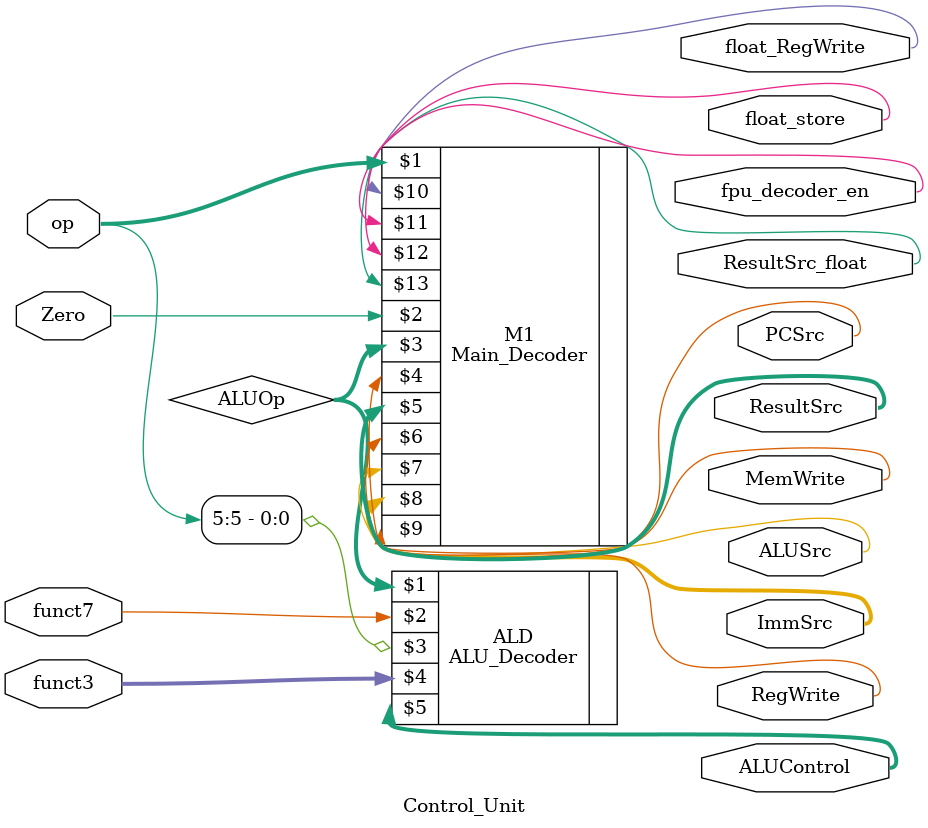
<source format=v>
module Control_Unit  (
 op,funct3,funct7,Zero,PCSrc,ResultSrc,MemWrite,ALUControl,ALUSrc,ImmSrc,RegWrite,float_RegWrite,float_store,fpu_decoder_en,ResultSrc_float   
);
input [6:0] op;
input [14:12] funct3;
input funct7,Zero;
output PCSrc;
output [1:0] ResultSrc;
output MemWrite;
output [2:0] ALUControl;
output ALUSrc;
output [1:0] ImmSrc;
output RegWrite;
output float_RegWrite,float_store,fpu_decoder_en,ResultSrc_float;
wire [1:0] ALUOp;

ALU_Decoder ALD(ALUOp,funct7,op[5],funct3,ALUControl);
Main_Decoder M1(op,Zero,ALUOp,PCSrc,ResultSrc,MemWrite,ALUSrc,ImmSrc,RegWrite,float_RegWrite,float_store,fpu_decoder_en,ResultSrc_float);

endmodule

</source>
